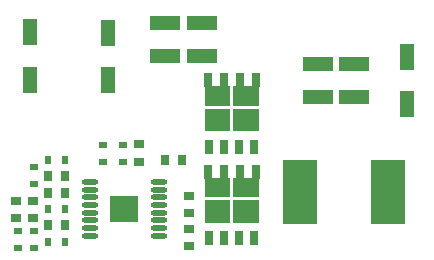
<source format=gtp>
G04 Layer_Color=8421504*
%FSAX44Y44*%
%MOMM*%
G71*
G01*
G75*
%ADD10R,2.4600X2.3100*%
%ADD11O,1.4000X0.4500*%
G04:AMPARAMS|DCode=14|XSize=0.75mm|YSize=0.5mm|CornerRadius=0.0025mm|HoleSize=0mm|Usage=FLASHONLY|Rotation=0.000|XOffset=0mm|YOffset=0mm|HoleType=Round|Shape=RoundedRectangle|*
%AMROUNDEDRECTD14*
21,1,0.7500,0.4950,0,0,0.0*
21,1,0.7450,0.5000,0,0,0.0*
1,1,0.0050,0.3725,-0.2475*
1,1,0.0050,-0.3725,-0.2475*
1,1,0.0050,-0.3725,0.2475*
1,1,0.0050,0.3725,0.2475*
%
%ADD14ROUNDEDRECTD14*%
G04:AMPARAMS|DCode=15|XSize=0.75mm|YSize=0.5mm|CornerRadius=0.0025mm|HoleSize=0mm|Usage=FLASHONLY|Rotation=270.000|XOffset=0mm|YOffset=0mm|HoleType=Round|Shape=RoundedRectangle|*
%AMROUNDEDRECTD15*
21,1,0.7500,0.4950,0,0,270.0*
21,1,0.7450,0.5000,0,0,270.0*
1,1,0.0050,-0.2475,-0.3725*
1,1,0.0050,-0.2475,0.3725*
1,1,0.0050,0.2475,0.3725*
1,1,0.0050,0.2475,-0.3725*
%
%ADD15ROUNDEDRECTD15*%
G04:AMPARAMS|DCode=16|XSize=0.65mm|YSize=1.2mm|CornerRadius=0.0033mm|HoleSize=0mm|Usage=FLASHONLY|Rotation=0.000|XOffset=0mm|YOffset=0mm|HoleType=Round|Shape=RoundedRectangle|*
%AMROUNDEDRECTD16*
21,1,0.6500,1.1935,0,0,0.0*
21,1,0.6435,1.2000,0,0,0.0*
1,1,0.0065,0.3217,-0.5968*
1,1,0.0065,-0.3217,-0.5968*
1,1,0.0065,-0.3217,0.5968*
1,1,0.0065,0.3217,0.5968*
%
%ADD16ROUNDEDRECTD16*%
G04:AMPARAMS|DCode=17|XSize=5.35mm|YSize=2.9mm|CornerRadius=0.0145mm|HoleSize=0mm|Usage=FLASHONLY|Rotation=90.000|XOffset=0mm|YOffset=0mm|HoleType=Round|Shape=RoundedRectangle|*
%AMROUNDEDRECTD17*
21,1,5.3500,2.8710,0,0,90.0*
21,1,5.3210,2.9000,0,0,90.0*
1,1,0.0290,1.4355,2.6605*
1,1,0.0290,1.4355,-2.6605*
1,1,0.0290,-1.4355,-2.6605*
1,1,0.0290,-1.4355,2.6605*
%
%ADD17ROUNDEDRECTD17*%
G04:AMPARAMS|DCode=18|XSize=1.25mm|YSize=2.25mm|CornerRadius=0.0063mm|HoleSize=0mm|Usage=FLASHONLY|Rotation=180.000|XOffset=0mm|YOffset=0mm|HoleType=Round|Shape=RoundedRectangle|*
%AMROUNDEDRECTD18*
21,1,1.2500,2.2375,0,0,180.0*
21,1,1.2375,2.2500,0,0,180.0*
1,1,0.0125,-0.6188,1.1187*
1,1,0.0125,0.6188,1.1187*
1,1,0.0125,0.6188,-1.1187*
1,1,0.0125,-0.6188,-1.1187*
%
%ADD18ROUNDEDRECTD18*%
G04:AMPARAMS|DCode=19|XSize=2.55mm|YSize=1.2mm|CornerRadius=0.006mm|HoleSize=0mm|Usage=FLASHONLY|Rotation=0.000|XOffset=0mm|YOffset=0mm|HoleType=Round|Shape=RoundedRectangle|*
%AMROUNDEDRECTD19*
21,1,2.5500,1.1880,0,0,0.0*
21,1,2.5380,1.2000,0,0,0.0*
1,1,0.0120,1.2690,-0.5940*
1,1,0.0120,-1.2690,-0.5940*
1,1,0.0120,-1.2690,0.5940*
1,1,0.0120,1.2690,0.5940*
%
%ADD19ROUNDEDRECTD19*%
G04:AMPARAMS|DCode=20|XSize=0.85mm|YSize=0.6mm|CornerRadius=0.003mm|HoleSize=0mm|Usage=FLASHONLY|Rotation=0.000|XOffset=0mm|YOffset=0mm|HoleType=Round|Shape=RoundedRectangle|*
%AMROUNDEDRECTD20*
21,1,0.8500,0.5940,0,0,0.0*
21,1,0.8440,0.6000,0,0,0.0*
1,1,0.0060,0.4220,-0.2970*
1,1,0.0060,-0.4220,-0.2970*
1,1,0.0060,-0.4220,0.2970*
1,1,0.0060,0.4220,0.2970*
%
%ADD20ROUNDEDRECTD20*%
G04:AMPARAMS|DCode=21|XSize=0.85mm|YSize=0.6mm|CornerRadius=0.003mm|HoleSize=0mm|Usage=FLASHONLY|Rotation=90.000|XOffset=0mm|YOffset=0mm|HoleType=Round|Shape=RoundedRectangle|*
%AMROUNDEDRECTD21*
21,1,0.8500,0.5940,0,0,90.0*
21,1,0.8440,0.6000,0,0,90.0*
1,1,0.0060,0.2970,0.4220*
1,1,0.0060,0.2970,-0.4220*
1,1,0.0060,-0.2970,-0.4220*
1,1,0.0060,-0.2970,0.4220*
%
%ADD21ROUNDEDRECTD21*%
G36*
X06980903Y08552383D02*
X06980903Y08535873D01*
X06959313Y08535873D01*
X06959313Y08552383D01*
X06980903Y08552383D01*
D02*
G37*
G36*
X06956772D02*
X06956772Y08535873D01*
X06935182Y08535873D01*
X06935182Y08552383D01*
X06956772Y08552383D01*
D02*
G37*
G36*
X06980903Y08533333D02*
X06980903Y08514283D01*
X06959313Y08514283D01*
X06959313Y08533333D01*
X06980903Y08533333D01*
D02*
G37*
G36*
X06956772D02*
X06956772Y08514283D01*
X06935182Y08514283D01*
X06935182Y08533333D01*
X06956772Y08533333D01*
D02*
G37*
G36*
X06980903Y08474920D02*
X06980903Y08458410D01*
X06959313Y08458410D01*
X06959313Y08474920D01*
X06980903Y08474920D01*
D02*
G37*
G36*
X06956772D02*
X06956772Y08458410D01*
X06935182Y08458410D01*
X06935182Y08474920D01*
X06956772Y08474920D01*
D02*
G37*
G36*
X06980903Y08455870D02*
X06980903Y08436820D01*
X06959313Y08436820D01*
X06959313Y08455870D01*
X06980903Y08455870D01*
D02*
G37*
G36*
X06956772D02*
X06956772Y08436820D01*
X06935182Y08436820D01*
X06935182Y08455870D01*
X06956772Y08455870D01*
D02*
G37*
D10*
X06867000Y08448788D02*
D03*
D11*
X06896500Y08426038D02*
D03*
Y08432538D02*
D03*
Y08439038D02*
D03*
Y08445538D02*
D03*
Y08452038D02*
D03*
Y08458538D02*
D03*
Y08465038D02*
D03*
Y08471538D02*
D03*
X06837500Y08426038D02*
D03*
Y08432538D02*
D03*
Y08439038D02*
D03*
Y08445538D02*
D03*
Y08452038D02*
D03*
Y08458538D02*
D03*
Y08465038D02*
D03*
Y08471538D02*
D03*
D14*
X06790208Y08429708D02*
D03*
Y08415208D02*
D03*
X06777165Y08429708D02*
D03*
Y08415208D02*
D03*
X06866207Y08502830D02*
D03*
Y08488330D02*
D03*
X06849000Y08502830D02*
D03*
Y08488330D02*
D03*
X06790208Y08484250D02*
D03*
Y08469750D02*
D03*
D15*
X06817000Y08420500D02*
D03*
X06802500D02*
D03*
X06802000Y08449042D02*
D03*
X06816500D02*
D03*
X06802500Y08490170D02*
D03*
X06817000D02*
D03*
D16*
X06937977Y08480000D02*
D03*
X06951439D02*
D03*
X06964647D02*
D03*
X06978109D02*
D03*
X06977092Y08423810D02*
D03*
X06964393D02*
D03*
X06951693D02*
D03*
X06938992D02*
D03*
X06937977Y08557463D02*
D03*
X06951439D02*
D03*
X06964647D02*
D03*
X06978109D02*
D03*
X06977092Y08501273D02*
D03*
X06964393D02*
D03*
X06951693D02*
D03*
X06938992D02*
D03*
D17*
X07015878Y08463000D02*
D03*
X07090378D02*
D03*
D18*
X07106727Y08537750D02*
D03*
Y08577750D02*
D03*
X06852875Y08558000D02*
D03*
Y08598000D02*
D03*
X06786832Y08558250D02*
D03*
Y08598250D02*
D03*
D19*
X07030703Y08571750D02*
D03*
Y08543250D02*
D03*
X07061745Y08571750D02*
D03*
Y08543250D02*
D03*
X06901417Y08606500D02*
D03*
Y08578000D02*
D03*
X06932460Y08606500D02*
D03*
Y08578000D02*
D03*
D20*
X06775665Y08455250D02*
D03*
Y08440750D02*
D03*
X06921500Y08417000D02*
D03*
Y08431500D02*
D03*
X06879750Y08488831D02*
D03*
Y08503330D02*
D03*
X06921500Y08445538D02*
D03*
Y08460038D02*
D03*
X06789708Y08455250D02*
D03*
Y08440750D02*
D03*
D21*
X06901500Y08490081D02*
D03*
X06916000D02*
D03*
X06802500Y08462585D02*
D03*
X06817000D02*
D03*
Y08435500D02*
D03*
X06802500D02*
D03*
Y08476627D02*
D03*
X06817000D02*
D03*
M02*

</source>
